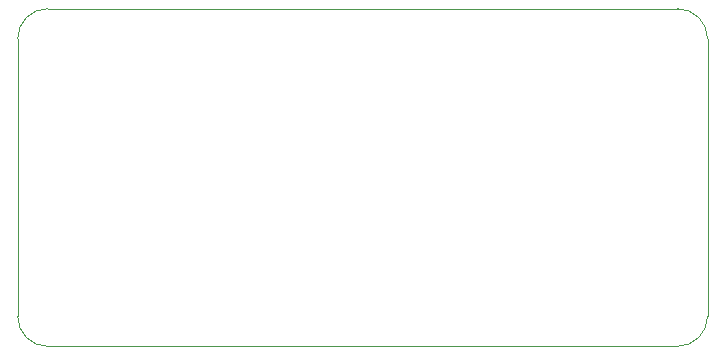
<source format=gbr>
G04 #@! TF.GenerationSoftware,KiCad,Pcbnew,(5.1.4-0-10_14)*
G04 #@! TF.CreationDate,2022-05-28T07:52:33+02:00*
G04 #@! TF.ProjectId,new_rele,6e65775f-7265-46c6-952e-6b696361645f,rev?*
G04 #@! TF.SameCoordinates,Original*
G04 #@! TF.FileFunction,Profile,NP*
%FSLAX46Y46*%
G04 Gerber Fmt 4.6, Leading zero omitted, Abs format (unit mm)*
G04 Created by KiCad (PCBNEW (5.1.4-0-10_14)) date 2022-05-28 07:52:33*
%MOMM*%
%LPD*%
G04 APERTURE LIST*
%ADD10C,0.050000*%
G04 APERTURE END LIST*
D10*
X35560000Y-73025000D02*
G75*
G02X33020000Y-70485000I0J2540000D01*
G01*
X91440000Y-70485000D02*
G75*
G02X88900000Y-73025000I-2540000J0D01*
G01*
X88900000Y-44450000D02*
G75*
G02X91440000Y-46990000I0J-2540000D01*
G01*
X33020000Y-46990000D02*
G75*
G02X35560000Y-44450000I2540000J0D01*
G01*
X33020000Y-70485000D02*
X33020000Y-46990000D01*
X88900000Y-73025000D02*
X35560000Y-73025000D01*
X91440000Y-46990000D02*
X91440000Y-70485000D01*
X35560000Y-44450000D02*
X88900000Y-44450000D01*
M02*

</source>
